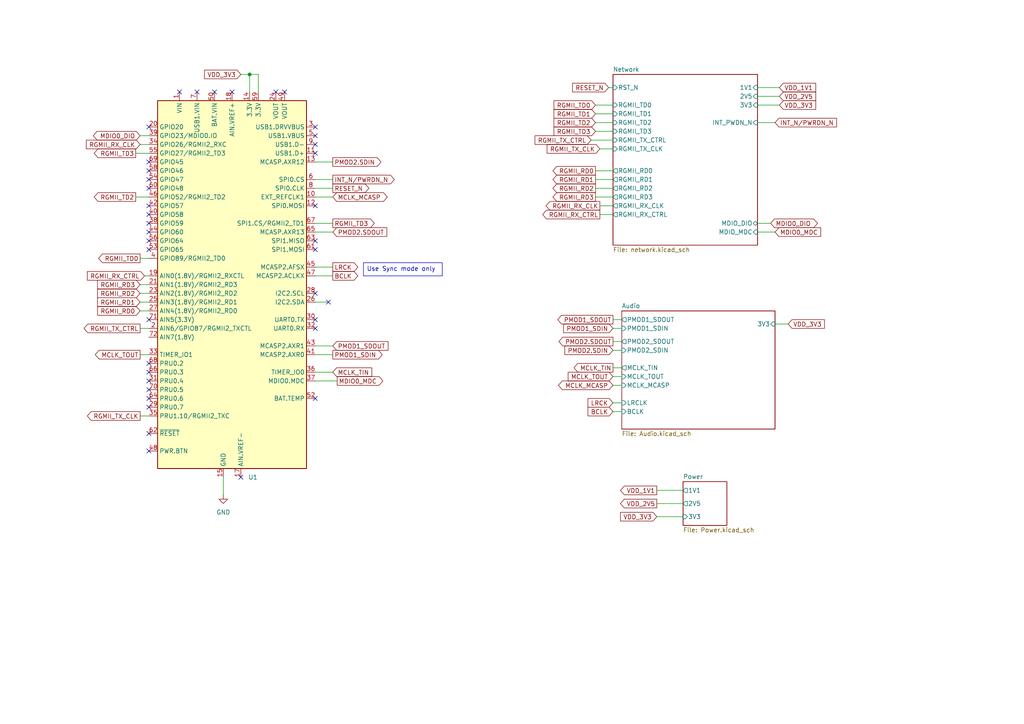
<source format=kicad_sch>
(kicad_sch (version 20250114) (generator "eeschema") (generator_version "9.0")
  (paper "A4")
  (title_block (title "Gigabit EthernetCap") (date "2025-08-19") (rev "V0.1") (company "Kebag Logic: kebag-logic.com") (comment 3 "This source describes Open Hardware and is licensed under the\nCERN-OHL-S v2.0.\nYou may redistribute and modify this documentation and make products\nusing it under the terms of the CERN-OHL-S v2.0 (https://cern.ch/ohl)."))
  (lib_symbols
    (symbol "MCU_Module:PocketBeagle"
      (property "Reference" "U1" (at 4.6833 -55.88 0))
      (property "Value" "PocketBeagle" (at 4.6833 -58.42 0))
      (symbol "PocketBeagle_0_1"
        (rectangle (start -21.59 53.34) (end 21.59 -53.34) (stroke (width 0.254)) (fill (type background)))
      )
      (symbol "PocketBeagle_1_1"
        (pin bidirectional line (at -24.13 45.72 0) (length 2.54) (name "GPIO20") (number "20"))
        (pin bidirectional line (at -24.13 43.18 0) (length 2.54) (name "GPIO23/MDIO0.IO") (number "39"))
        (pin bidirectional line (at -24.13 40.64 0) (length 2.54) (name "GPIO26/RGMII2_RXC") (number "34"))
        (pin bidirectional line (at -24.13 38.1 0) (length 2.54) (name "GPIO27/RGMII2_TD3") (number "55"))
        (pin bidirectional line (at -24.13 35.56 0) (length 2.54) (name "GPIO45") (number "69"))
        (pin bidirectional line (at -24.13 33.02 0) (length 2.54) (name "GPIO46") (number "58"))
        (pin bidirectional line (at -24.13 30.48 0) (length 2.54) (name "GPIO47") (number "54"))
        (pin bidirectional line (at -24.13 27.94 0) (length 2.54) (name "GPIO48") (number "60"))
        (pin bidirectional line (at -24.13 25.4 0) (length 2.54) (name "GPIO52/RGMII2_TD2") (number "46"))
        (pin bidirectional line (at -24.13 22.86 0) (length 2.54) (name "GPIO57") (number "42"))
        (pin bidirectional line (at -24.13 20.32 0) (length 2.54) (name "GPIO58") (number "40"))
        (pin bidirectional line (at -24.13 17.78 0) (length 2.54) (name "GPIO59") (number "38"))
        (pin bidirectional line (at -24.13 15.24 0) (length 2.54) (name "GPIO60") (number "44"))
        (pin bidirectional line (at -24.13 12.7 0) (length 2.54) (name "GPIO64") (number "56"))
        (pin bidirectional line (at -24.13 10.16 0) (length 2.54) (name "GPIO65") (number "53"))
        (pin bidirectional line (at -24.13 7.62 0) (length 2.54) (name "GPIO89/RGMII2_TD0") (number "4"))
        (pin input line (at -24.13 2.54 0) (length 2.54) (name "AIN0(1.8V)/RGMII2_RXCTL") (number "19"))
        (pin input line (at -24.13 0 0) (length 2.54) (name "AIN1(1.8V)/RGMII2_RD3") (number "21"))
        (pin input line (at -24.13 -2.54 0) (length 2.54) (name "AIN2(1.8V)/RGMII2_RD2") (number "23"))
        (pin input line (at -24.13 -5.08 0) (length 2.54) (name "AIN3(1.8V)/RGMII2_RD1") (number "25"))
        (pin input line (at -24.13 -7.62 0) (length 2.54) (name "AIN4(1.8V)/RGMII2_RD0") (number "27"))
        (pin input line (at -24.13 -10.16 0) (length 2.54) (name "AIN5(3.3V)") (number "71"))
        (pin bidirectional line (at -24.13 -12.7 0) (length 2.54) (name "AIN6/GPIO87/RGMII2_TXCTL") (number "2"))
        (pin input line (at -24.13 -15.24 0) (length 2.54) (name "AIN7(1.8V)") (number "72"))
        (pin bidirectional line (at -24.13 -20.32 0) (length 2.54) (name "TIMER_IO1") (number "33"))
        (pin bidirectional line (at -24.13 -22.86 0) (length 2.54) (name "PRU0.2") (number "68"))
        (pin bidirectional line (at -24.13 -25.4 0) (length 2.54) (name "PRU0.3") (number "66"))
        (pin bidirectional line (at -24.13 -27.94 0) (length 2.54) (name "PRU0.4") (number "31"))
        (pin bidirectional line (at -24.13 -30.48 0) (length 2.54) (name "PRU0.5") (number "70"))
        (pin bidirectional line (at -24.13 -33.02 0) (length 2.54) (name "PRU0.6") (number "64"))
        (pin bidirectional line (at -24.13 -35.56 0) (length 2.54) (name "PRU0.7") (number "29"))
        (pin bidirectional line (at -24.13 -38.1 0) (length 2.54) (name "PRU1.10/RGMII2_TXC") (number "35"))
        (pin input line (at -24.13 -43.18 0) (length 2.54) (name "~{RESET}") (number "62"))
        (pin input line (at -24.13 -48.26 0) (length 2.54) (name "PWR.BTN") (number "48"))
        (pin power_in line (at -15.24 55.88 270) (length 2.54) (name "VIN") (number "1"))
        (pin power_in line (at -10.16 55.88 270) (length 2.54) (name "USB1.VIN") (number "7"))
        (pin power_in line (at -5.08 55.88 270) (length 2.54) (name "BAT.VIN") (number "50"))
        (pin power_in line (at -2.54 -55.88 90) (length 2.54) (name "GND") (number "15"))
        (pin passive line (at -2.54 -55.88 90) (length 2.54) (hide yes) (name "GND") (number "16"))
        (pin passive line (at -2.54 -55.88 90) (length 2.54) (hide yes) (name "GND") (number "22"))
        (pin passive line (at -2.54 -55.88 90) (length 2.54) (hide yes) (name "GND") (number "51"))
        (pin passive line (at -2.54 -55.88 90) (length 2.54) (hide yes) (name "GND") (number "57"))
        (pin power_in line (at 0 55.88 270) (length 2.54) (name "AIN.VREF+") (number "18"))
        (pin power_in line (at 2.54 -55.88 90) (length 2.54) (name "AIN.VREF-") (number "17"))
        (pin power_out line (at 5.08 55.88 270) (length 2.54) (name "3.3V") (number "14"))
        (pin power_out line (at 7.62 55.88 270) (length 2.54) (name "3.3V") (number "59"))
        (pin power_out line (at 12.7 55.88 270) (length 2.54) (name "VOUT") (number "24"))
        (pin power_out line (at 15.24 55.88 270) (length 2.54) (name "VOUT") (number "49"))
        (pin output line (at 24.13 45.72 180) (length 2.54) (name "USB1.DRVVBUS") (number "3"))
        (pin input line (at 24.13 43.18 180) (length 2.54) (name "USB1.VBUS") (number "5"))
        (pin bidirectional line (at 24.13 40.64 180) (length 2.54) (name "USB1.D-") (number "9"))
        (pin bidirectional line (at 24.13 38.1 180) (length 2.54) (name "USB1.D+") (number "11"))
        (pin input line (at 24.13 35.56 180) (length 2.54) (name "MCASP.AXR12") (number "13"))
        (pin bidirectional line (at 24.13 30.48 180) (length 2.54) (name "SPI0.CS") (number "6"))
        (pin bidirectional line (at 24.13 27.94 180) (length 2.54) (name "SPI0.CLK") (number "8"))
        (pin bidirectional line (at 24.13 25.4 180) (length 2.54) (name "EXT_REFCLK1") (number "10"))
        (pin bidirectional line (at 24.13 22.86 180) (length 2.54) (name "SPI0.MOSI") (number "12"))
        (pin bidirectional line (at 24.13 17.78 180) (length 2.54) (name "SPI1.CS/RGMII2_TD1") (number "67"))
        (pin bidirectional line (at 24.13 15.24 180) (length 2.54) (name "MCASP.AXR13") (number "65"))
        (pin bidirectional line (at 24.13 12.7 180) (length 2.54) (name "SPI1.MISO") (number "63"))
        (pin bidirectional line (at 24.13 10.16 180) (length 2.54) (name "SPI1.MOSI") (number "61"))
        (pin bidirectional line (at 24.13 5.08 180) (length 2.54) (name "MCASP2.AFSX") (number "45"))
        (pin bidirectional line (at 24.13 2.54 180) (length 2.54) (name "MCASP2.ACLKX") (number "47"))
        (pin bidirectional line (at 24.13 -2.54 180) (length 2.54) (name "I2C2.SCL") (number "28"))
        (pin bidirectional line (at 24.13 -5.08 180) (length 2.54) (name "I2C2.SDA") (number "26"))
        (pin bidirectional line (at 24.13 -10.16 180) (length 2.54) (name "UART0.TX") (number "30"))
        (pin bidirectional line (at 24.13 -12.7 180) (length 2.54) (name "UART0.RX") (number "32"))
        (pin bidirectional line (at 24.13 -17.78 180) (length 2.54) (name "MCASP2.AXR1") (number "43"))
        (pin bidirectional line (at 24.13 -20.32 180) (length 2.54) (name "MCASP2.AXR0") (number "41"))
        (pin bidirectional line (at 24.13 -25.4 180) (length 2.54) (name "TIMER_IO0") (number "36"))
        (pin bidirectional line (at 24.13 -27.94 180) (length 2.54) (name "MDIO0.MDC") (number "37"))
        (pin passive line (at 24.13 -33.02 180) (length 2.54) (name "BAT.TEMP") (number "52"))
      )
    )
    (symbol "power:GND" (power) (pin_numbers (hide yes)) (pin_names (offset 0) (hide yes))
      (property "Value" "GND" (at 0 -3.81 0))
      (symbol "GND_0_1"
        (polyline (pts (xy 0 0) (xy 0 -1.27) (xy 1.27 -1.27) (xy 0 -2.54) (xy -1.27 -1.27) (xy 0 -1.27)))
      )
      (symbol "GND_1_1"
        (pin power_in line (at 0 0 270) (length 0) (name "~") (number "1"))
      )
    )
  )
  (text_box "Use Sync mode only" (at 105.41 76.2 0) (size 22.86 3.81) (margins 0.9525 0.9525 0.9525 0.9525) (effects (font (size 1.27 1.27)) (justify left top)))
  (junction (at 72.39 21.59))
  (no_connect (at 43.18 62.23))
  (no_connect (at 43.18 52.07))
  (no_connect (at 91.44 92.71))
  (no_connect (at 91.44 115.57))
  (no_connect (at 62.23 26.67))
  (no_connect (at 82.55 26.67))
  (no_connect (at 43.18 92.71))
  (no_connect (at 43.18 64.77))
  (no_connect (at 95.25 87.63))
  (no_connect (at 69.85 138.43))
  (no_connect (at 91.44 72.39))
  (no_connect (at 91.44 41.91))
  (no_connect (at 91.44 85.09))
  (no_connect (at 43.18 69.85))
  (no_connect (at 43.18 54.61))
  (no_connect (at 52.07 26.67))
  (no_connect (at 91.44 95.25))
  (no_connect (at 80.01 26.67))
  (no_connect (at 91.44 59.69))
  (no_connect (at 67.31 26.67))
  (no_connect (at 43.18 67.31))
  (no_connect (at 43.18 36.83))
  (no_connect (at 43.18 113.03))
  (no_connect (at 91.44 44.45))
  (no_connect (at 43.18 72.39))
  (no_connect (at 43.18 49.53))
  (no_connect (at 91.44 69.85))
  (no_connect (at 43.18 59.69))
  (no_connect (at 43.18 115.57))
  (no_connect (at 43.18 118.11))
  (no_connect (at 91.44 36.83))
  (no_connect (at 43.18 107.95))
  (no_connect (at 43.18 110.49))
  (no_connect (at 43.18 130.81))
  (no_connect (at 57.15 26.67))
  (no_connect (at 43.18 46.99))
  (no_connect (at 43.18 125.73))
  (no_connect (at 43.18 105.41))
  (no_connect (at 91.44 39.37))
  (wire (pts (xy 176.53 25.4) (xy 177.8 25.4)))
  (wire (pts (xy 172.72 52.07) (xy 177.8 52.07)))
  (wire (pts (xy 91.44 46.99) (xy 96.52 46.99)))
  (wire (pts (xy 91.44 100.33) (xy 96.52 100.33)))
  (wire (pts (xy 40.64 82.55) (xy 43.18 82.55)))
  (wire (pts (xy 173.99 62.23) (xy 177.8 62.23)))
  (wire (pts (xy 177.8 111.76) (xy 180.34 111.76)))
  (wire (pts (xy 96.52 64.77) (xy 91.44 64.77)))
  (wire (pts (xy 40.64 74.93) (xy 43.18 74.93)))
  (wire (pts (xy 72.39 21.59) (xy 72.39 26.67)))
  (wire (pts (xy 219.71 25.4) (xy 226.06 25.4)))
  (wire (pts (xy 40.64 85.09) (xy 43.18 85.09)))
  (wire (pts (xy 91.44 52.07) (xy 96.52 52.07)))
  (wire (pts (xy 91.44 54.61) (xy 96.52 54.61)))
  (wire (pts (xy 95.25 87.63) (xy 91.44 87.63)))
  (wire (pts (xy 72.39 21.59) (xy 69.85 21.59)))
  (wire (pts (xy 177.8 99.06) (xy 180.34 99.06)))
  (wire (pts (xy 177.8 101.6) (xy 180.34 101.6)))
  (wire (pts (xy 172.72 57.15) (xy 177.8 57.15)))
  (wire (pts (xy 171.45 40.64) (xy 177.8 40.64)))
  (wire (pts (xy 172.72 33.02) (xy 177.8 33.02)))
  (wire (pts (xy 40.64 102.87) (xy 43.18 102.87)))
  (wire (pts (xy 190.5 146.05) (xy 198.12 146.05)))
  (wire (pts (xy 177.8 92.71) (xy 180.34 92.71)))
  (wire (pts (xy 224.79 93.98) (xy 228.6 93.98)))
  (wire (pts (xy 177.8 119.38) (xy 180.34 119.38)))
  (wire (pts (xy 40.64 39.37) (xy 43.18 39.37)))
  (wire (pts (xy 96.52 77.47) (xy 91.44 77.47)))
  (wire (pts (xy 219.71 64.77) (xy 223.52 64.77)))
  (wire (pts (xy 91.44 102.87) (xy 96.52 102.87)))
  (wire (pts (xy 40.64 90.17) (xy 43.18 90.17)))
  (wire (pts (xy 173.99 59.69) (xy 177.8 59.69)))
  (wire (pts (xy 40.64 41.91) (xy 43.18 41.91)))
  (wire (pts (xy 190.5 142.24) (xy 198.12 142.24)))
  (wire (pts (xy 172.72 35.56) (xy 177.8 35.56)))
  (wire (pts (xy 177.8 116.84) (xy 180.34 116.84)))
  (wire (pts (xy 91.44 80.01) (xy 96.52 80.01)))
  (wire (pts (xy 172.72 38.1) (xy 177.8 38.1)))
  (wire (pts (xy 91.44 57.15) (xy 96.52 57.15)))
  (wire (pts (xy 177.8 95.25) (xy 180.34 95.25)))
  (wire (pts (xy 40.64 120.65) (xy 43.18 120.65)))
  (wire (pts (xy 177.8 109.22) (xy 180.34 109.22)))
  (wire (pts (xy 219.71 30.48) (xy 226.06 30.48)))
  (wire (pts (xy 172.72 30.48) (xy 177.8 30.48)))
  (wire (pts (xy 172.72 54.61) (xy 177.8 54.61)))
  (wire (pts (xy 219.71 67.31) (xy 224.79 67.31)))
  (wire (pts (xy 39.37 44.45) (xy 43.18 44.45)))
  (wire (pts (xy 91.44 110.49) (xy 97.79 110.49)))
  (wire (pts (xy 74.93 26.67) (xy 74.93 21.59)))
  (wire (pts (xy 39.37 57.15) (xy 43.18 57.15)))
  (wire (pts (xy 74.93 21.59) (xy 72.39 21.59)))
  (wire (pts (xy 41.91 80.01) (xy 43.18 80.01)))
  (wire (pts (xy 172.72 49.53) (xy 177.8 49.53)))
  (wire (pts (xy 40.64 95.25) (xy 43.18 95.25)))
  (wire (pts (xy 173.99 43.18) (xy 177.8 43.18)))
  (wire (pts (xy 177.8 106.68) (xy 180.34 106.68)))
  (wire (pts (xy 91.44 107.95) (xy 96.52 107.95)))
  (wire (pts (xy 91.44 67.31) (xy 96.52 67.31)))
  (wire (pts (xy 40.64 87.63) (xy 43.18 87.63)))
  (wire (pts (xy 64.77 138.43) (xy 64.77 143.51)))
  (wire (pts (xy 190.5 149.86) (xy 198.12 149.86)))
  (wire (pts (xy 224.79 35.56) (xy 219.71 35.56)))
  (wire (pts (xy 226.06 27.94) (xy 219.71 27.94)))
  (global_label "RESET_N" (shape input) (at 176.53 25.4 180) (property "Intersheetrefs" "${INTERSHEET_REFS}" (effects (hide yes))))
  (global_label "PMOD2.SDOUT" (shape output) (at 177.8 99.06 180) (property "Intersheetrefs" "${INTERSHEET_REFS}" (effects (hide yes))))
  (global_label "VDD_3V3" (shape input) (at 190.5 149.86 180) (property "Intersheetrefs" "${INTERSHEET_REFS}" (effects (hide yes))))
  (global_label "RGMII_RX_CTRL" (shape output) (at 173.99 62.23 180) (property "Intersheetrefs" "${INTERSHEET_REFS}" (effects (hide yes))))
  (global_label "MCLK_TOUT" (shape input) (at 177.8 109.22 180) (property "Intersheetrefs" "${INTERSHEET_REFS}" (effects (hide yes))))
  (global_label "RGMII_RX_CTRL" (shape input) (at 41.91 80.01 180) (property "Intersheetrefs" "${INTERSHEET_REFS}" (effects (hide yes))))
  (global_label "RGMII_RD3" (shape input) (at 40.64 82.55 180) (property "Intersheetrefs" "${INTERSHEET_REFS}" (effects (hide yes))))
  (global_label "RGMII_RD1" (shape input) (at 40.64 87.63 180) (property "Intersheetrefs" "${INTERSHEET_REFS}" (effects (hide yes))))
  (global_label "INT_N{slash}PWRDN_N" (shape input) (at 224.79 35.56 0) (property "Intersheetrefs" "${INTERSHEET_REFS}" (effects (hide yes))))
  (global_label "RGMII_TX_CLK" (shape input) (at 173.99 43.18 180) (property "Intersheetrefs" "${INTERSHEET_REFS}" (effects (hide yes))))
  (global_label "RGMII_TX_CTRL" (shape input) (at 171.45 40.64 180) (property "Intersheetrefs" "${INTERSHEET_REFS}" (effects (hide yes))))
  (global_label "VDD_3V3" (shape input) (at 228.6 93.98 0) (property "Intersheetrefs" "${INTERSHEET_REFS}" (effects (hide yes))))
  (global_label "PMOD1_SDIN" (shape input) (at 177.8 95.25 180) (property "Intersheetrefs" "${INTERSHEET_REFS}" (effects (hide yes))))
  (global_label "MDIO0_MDC" (shape output) (at 97.79 110.49 0) (property "Intersheetrefs" "${INTERSHEET_REFS}" (effects (hide yes))))
  (global_label "MCLK_MCASP" (shape bidirectional) (at 177.8 111.76 180) (property "Intersheetrefs" "${INTERSHEET_REFS}" (effects (hide yes))))
  (global_label "VDD_3V3" (shape input) (at 226.06 30.48 0) (property "Intersheetrefs" "${INTERSHEET_REFS}" (effects (hide yes))))
  (global_label "VDD_3V3" (shape input) (at 69.85 21.59 180) (property "Intersheetrefs" "${INTERSHEET_REFS}" (effects (hide yes))))
  (global_label "LRCK" (shape output) (at 96.52 77.47 0) (property "Intersheetrefs" "${INTERSHEET_REFS}" (effects (hide yes))))
  (global_label "RGMII_RD3" (shape output) (at 172.72 57.15 180) (property "Intersheetrefs" "${INTERSHEET_REFS}" (effects (hide yes))))
  (global_label "RGMII_TD3" (shape output) (at 39.37 44.45 180) (property "Intersheetrefs" "${INTERSHEET_REFS}" (effects (hide yes))))
  (global_label "RGMII_RD0" (shape output) (at 172.72 49.53 180) (property "Intersheetrefs" "${INTERSHEET_REFS}" (effects (hide yes))))
  (global_label "VDD_2V5" (shape output) (at 190.5 146.05 180) (property "Intersheetrefs" "${INTERSHEET_REFS}" (effects (hide yes))))
  (global_label "RGMII_RX_CLK" (shape input) (at 40.64 41.91 180) (property "Intersheetrefs" "${INTERSHEET_REFS}" (effects (hide yes))))
  (global_label "MCLK_TIN" (shape output) (at 177.8 106.68 180) (property "Intersheetrefs" "${INTERSHEET_REFS}" (effects (hide yes))))
  (global_label "MDIO0_DIO" (shape bidirectional) (at 40.64 39.37 180) (property "Intersheetrefs" "${INTERSHEET_REFS}" (effects (hide yes))))
  (global_label "RGMII_TD0" (shape input) (at 172.72 30.48 180) (property "Intersheetrefs" "${INTERSHEET_REFS}" (effects (hide yes))))
  (global_label "MCLK_TIN" (shape input) (at 96.52 107.95 0) (property "Intersheetrefs" "${INTERSHEET_REFS}" (effects (hide yes))))
  (global_label "MCLK_MCASP" (shape bidirectional) (at 96.52 57.15 0) (property "Intersheetrefs" "${INTERSHEET_REFS}" (effects (hide yes))))
  (global_label "BCLK" (shape output) (at 96.52 80.01 0) (property "Intersheetrefs" "${INTERSHEET_REFS}" (effects (hide yes))))
  (global_label "RGMII_RX_CLK" (shape output) (at 173.99 59.69 180) (property "Intersheetrefs" "${INTERSHEET_REFS}" (effects (hide yes))))
  (global_label "MDIO0_DIO" (shape bidirectional) (at 223.52 64.77 0) (property "Intersheetrefs" "${INTERSHEET_REFS}" (effects (hide yes))))
  (global_label "RGMII_TD3" (shape output) (at 96.52 64.77 0) (property "Intersheetrefs" "${INTERSHEET_REFS}" (effects (hide yes))))
  (global_label "PMOD1_SDOUT" (shape input) (at 96.52 100.33 0) (property "Intersheetrefs" "${INTERSHEET_REFS}" (effects (hide yes))))
  (global_label "RGMII_RD2" (shape output) (at 172.72 54.61 180) (property "Intersheetrefs" "${INTERSHEET_REFS}" (effects (hide yes))))
  (global_label "RGMII_TD0" (shape output) (at 40.64 74.93 180) (property "Intersheetrefs" "${INTERSHEET_REFS}" (effects (hide yes))))
  (global_label "VDD_2V5" (shape input) (at 226.06 27.94 0) (property "Intersheetrefs" "${INTERSHEET_REFS}" (effects (hide yes))))
  (global_label "RGMII_RD2" (shape input) (at 40.64 85.09 180) (property "Intersheetrefs" "${INTERSHEET_REFS}" (effects (hide yes))))
  (global_label "INT_N{slash}PWRDN_N" (shape output) (at 96.52 52.07 0) (property "Intersheetrefs" "${INTERSHEET_REFS}" (effects (hide yes))))
  (global_label "RGMII_TX_CLK" (shape output) (at 40.64 120.65 180) (property "Intersheetrefs" "${INTERSHEET_REFS}" (effects (hide yes))))
  (global_label "RESET_N" (shape output) (at 96.52 54.61 0) (property "Intersheetrefs" "${INTERSHEET_REFS}" (effects (hide yes))))
  (global_label "PMOD2.SDIN" (shape input) (at 177.8 101.6 180) (property "Intersheetrefs" "${INTERSHEET_REFS}" (effects (hide yes))))
  (global_label "RGMII_TD2" (shape input) (at 172.72 35.56 180) (property "Intersheetrefs" "${INTERSHEET_REFS}" (effects (hide yes))))
  (global_label "PMOD2.SDIN" (shape output) (at 96.52 46.99 0) (property "Intersheetrefs" "${INTERSHEET_REFS}" (effects (hide yes))))
  (global_label "RGMII_RD1" (shape output) (at 172.72 52.07 180) (property "Intersheetrefs" "${INTERSHEET_REFS}" (effects (hide yes))))
  (global_label "VDD_1V1" (shape input) (at 226.06 25.4 0) (property "Intersheetrefs" "${INTERSHEET_REFS}" (effects (hide yes))))
  (global_label "PMOD1_SDOUT" (shape output) (at 177.8 92.71 180) (property "Intersheetrefs" "${INTERSHEET_REFS}" (effects (hide yes))))
  (global_label "LRCK" (shape input) (at 177.8 116.84 180) (property "Intersheetrefs" "${INTERSHEET_REFS}" (effects (hide yes))))
  (global_label "BCLK" (shape input) (at 177.8 119.38 180) (property "Intersheetrefs" "${INTERSHEET_REFS}" (effects (hide yes))))
  (global_label "MDIO0_MDC" (shape input) (at 224.79 67.31 0) (property "Intersheetrefs" "${INTERSHEET_REFS}" (effects (hide yes))))
  (global_label "RGMII_TD2" (shape output) (at 39.37 57.15 180) (property "Intersheetrefs" "${INTERSHEET_REFS}" (effects (hide yes))))
  (global_label "PMOD2.SDOUT" (shape input) (at 96.52 67.31 0) (property "Intersheetrefs" "${INTERSHEET_REFS}" (effects (hide yes))))
  (global_label "RGMII_TD1" (shape input) (at 172.72 33.02 180) (property "Intersheetrefs" "${INTERSHEET_REFS}" (effects (hide yes))))
  (global_label "VDD_1V1" (shape output) (at 190.5 142.24 180) (property "Intersheetrefs" "${INTERSHEET_REFS}" (effects (hide yes))))
  (global_label "RGMII_TD3" (shape input) (at 172.72 38.1 180) (property "Intersheetrefs" "${INTERSHEET_REFS}" (effects (hide yes))))
  (global_label "RGMII_RD0" (shape input) (at 40.64 90.17 180) (property "Intersheetrefs" "${INTERSHEET_REFS}" (effects (hide yes))))
  (global_label "RGMII_TX_CTRL" (shape output) (at 40.64 95.25 180) (property "Intersheetrefs" "${INTERSHEET_REFS}" (effects (hide yes))))
  (global_label "PMOD1_SDIN" (shape output) (at 96.52 102.87 0) (property "Intersheetrefs" "${INTERSHEET_REFS}" (effects (hide yes))))
  (global_label "MCLK_TOUT" (shape output) (at 40.64 102.87 180) (property "Intersheetrefs" "${INTERSHEET_REFS}" (effects (hide yes))))
  (symbol (lib_id "power:GND") (at 64.77 143.51 0) (unit 1)
    (property "Reference" "#PWR01" (effects (hide yes)))
    (property "Value" "GND" (at 64.77 148.59 0))
    (property "Description" "Power symbol creates a global label with name \"GND\" , ground" (effects (hide yes)))
  )
  (symbol (lib_id "MCU_Module:PocketBeagle") (at 67.31 82.55 0) (unit 1)
    (property "Reference" "U1" (at 71.9933 138.43 0) (effects (justify left)))
    (property "Value" "PocketBeagle2" (effects (hide yes)))
    (property "Footprint" "Module:BeagleBoard_PocketBeagle" (effects (hide yes)))
    (property "Datasheet" "https://github.com/beagleboard/pocketbeagle/wiki/System-Reference-Manual" (effects (hide yes)))
    (property "Description" "Singleboard computer with ARM Cortex-A8 1GHz, 512MB RAM" (effects (hide yes)))
  )
  (sheet (at 177.8 21.59) (size 41.91 49.53) (stroke (width 0.1524))
    (property "Sheetname" "Network" (at 177.8 20.8784 0) (effects (justify left bottom)))
    (property "Sheetfile" "network.kicad_sch" (at 177.8 71.7046 0) (effects (justify left top)))
    (pin "RGMII_TD0" input (at 177.8 30.48 180))
    (pin "1V1" input (at 219.71 25.4 0))
    (pin "RGMII_RX_CLK" output (at 177.8 59.69 180))
    (pin "3V3" input (at 219.71 30.48 0))
    (pin "RGMII_RX_CTRL" output (at 177.8 62.23 180))
    (pin "RGMII_TD2" input (at 177.8 35.56 180))
    (pin "RGMII_RD1" output (at 177.8 52.07 180))
    (pin "MDIO_MDC" input (at 219.71 67.31 0))
    (pin "MDIO_DIO" bidirectional (at 219.71 64.77 0))
    (pin "RGMII_RD2" output (at 177.8 54.61 180))
    (pin "2V5" input (at 219.71 27.94 0))
    (pin "RGMII_TD1" input (at 177.8 33.02 180))
    (pin "RGMII_TX_CLK" input (at 177.8 43.18 180))
    (pin "RGMII_TX_CTRL" input (at 177.8 40.64 180))
    (pin "RST_N" input (at 177.8 25.4 180))
    (pin "RGMII_RD0" output (at 177.8 49.53 180))
    (pin "INT_PWDN_N" input (at 219.71 35.56 0))
    (pin "RGMII_TD3" input (at 177.8 38.1 180))
    (pin "RGMII_RD3" output (at 177.8 57.15 180))
  )
  (sheet (at 198.12 139.7) (size 12.7 12.7) (stroke (width 0.1524))
    (property "Sheetname" "Power" (at 198.12 138.9884 0) (effects (justify left bottom)))
    (property "Sheetfile" "Power.kicad_sch" (at 198.12 152.9846 0) (effects (justify left top)))
    (pin "1V1" output (at 198.12 142.24 180))
    (pin "3V3" input (at 198.12 149.86 180))
    (pin "2V5" output (at 198.12 146.05 180))
  )
  (sheet (at 180.34 90.17) (size 44.45 34.29) (stroke (width 0.1524))
    (property "Sheetname" "Audio" (at 180.34 89.4584 0) (effects (justify left bottom)))
    (property "Sheetfile" "Audio.kicad_sch" (at 180.34 125.0446 0) (effects (justify left top)))
    (pin "3V3" input (at 224.79 93.98 0))
    (pin "BCLK" input (at 180.34 119.38 180))
    (pin "LRCLK" input (at 180.34 116.84 180))
    (pin "PMOD1_SDOUT" output (at 180.34 92.71 180))
    (pin "PMOD1_SDIN" input (at 180.34 95.25 180))
    (pin "PMOD2_SDIN" input (at 180.34 101.6 180))
    (pin "MCLK_TOUT" input (at 180.34 109.22 180))
    (pin "MCLK_MCASP" input (at 180.34 111.76 180))
    (pin "MCLK_TIN" output (at 180.34 106.68 180))
    (pin "PMOD2_SDOUT" output (at 180.34 99.06 180))
  )
)
</source>
